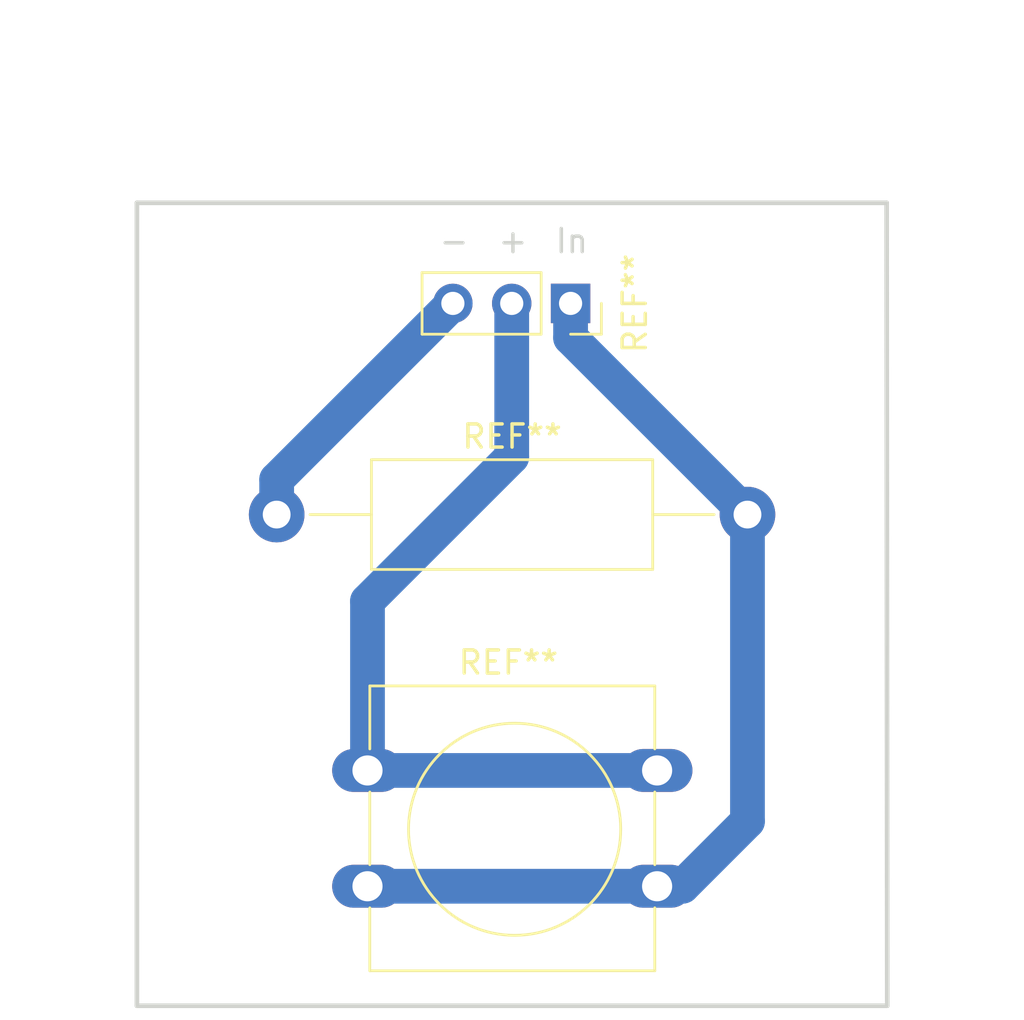
<source format=kicad_pcb>
(kicad_pcb (version 20211014) (generator pcbnew)
  (layers (0 "F.Cu" signal) (31 "B.Cu" signal) (34 "B.Paste" user) (35 "F.Paste" user) (36 "B.SilkS" user "B.Silkscreen") (37 "F.SilkS" user "F.Silkscreen") (38 "B.Mask" user) (39 "F.Mask" user) (44 "Edge.Cuts" user))
  (net 0 "")
  (footprint "Resistor_THT:R_Axial_DIN0414_L11.9mm_D4.5mm_P20.32mm_Horizontal" (layer "F.Cu") (at 107.024 55.753)
    (fp_text reference "REF**" (at 10.16 -3.37) (layer "F.SilkS"))
    (fp_text value "R_Axial_DIN0414_L11.9mm_D4.5mm_P20.32mm_Horizontal")
    (fp_line (start 4.09 2.37) (end 16.23 2.37) (layer "F.SilkS") (width 0.12))
    (fp_line (start 4.09 -2.37) (end 4.09 2.37) (layer "F.SilkS") (width 0.12))
    (fp_line (start 16.23 2.37) (end 16.23 -2.37) (layer "F.SilkS") (width 0.12))
    (fp_line (start 18.88 0) (end 16.23 0) (layer "F.SilkS") (width 0.12))
    (fp_line (start 1.44 0) (end 4.09 0) (layer "F.SilkS") (width 0.12))
    (fp_line (start 16.23 -2.37) (end 4.09 -2.37) (layer "F.SilkS") (width 0.12))
    (pad "1" thru_hole circle (at 0 0) (size 2.4 2.4) (drill 1.2) (layers *.Cu *.Mask))
    (pad "2" thru_hole oval (at 20.32 0) (size 2.4 2.4) (drill 1.2) (layers *.Cu *.Mask))
  )
  (footprint "Connector_PinSocket_2.54mm:PinSocket_1x03_P2.54mm_Vertical" (layer "F.Cu") (at 119.709 46.634 -90)
    (fp_text reference "REF**" (at 0 -2.77 90) (layer "F.SilkS"))
    (fp_text value "PinSocket_1x03_P2.54mm_Vertical")
    (fp_line (start 1.33 -1.33) (end 1.33 0) (layer "F.SilkS") (width 0.12))
    (fp_line (start -1.33 1.27) (end 1.33 1.27) (layer "F.SilkS") (width 0.12))
    (fp_line (start 0 -1.33) (end 1.33 -1.33) (layer "F.SilkS") (width 0.12))
    (fp_line (start -1.33 6.41) (end 1.33 6.41) (layer "F.SilkS") (width 0.12))
    (fp_line (start -1.33 1.27) (end -1.33 6.41) (layer "F.SilkS") (width 0.12))
    (fp_line (start 1.33 1.27) (end 1.33 6.41) (layer "F.SilkS") (width 0.12))
    (pad "1" thru_hole rect (at 0 0 270) (size 1.7 1.7) (drill 1) (layers *.Cu *.Mask))
    (pad "2" thru_hole oval (at 0 2.54 270) (size 1.7 1.7) (drill 1) (layers *.Cu *.Mask))
    (pad "3" thru_hole oval (at 0 5.08 270) (size 1.7 1.7) (drill 1) (layers *.Cu *.Mask))
  )
  (footprint "Button_Switch_THT:SW_PUSH-12mm" (layer "F.Cu") (at 110.944 66.802)
    (fp_text reference "REF**" (at 6.08 -4.66) (layer "F.SilkS"))
    (fp_text value "SW_PUSH-12mm")
    (fp_line (start 12.4 8.65) (end 0.1 8.65) (layer "F.SilkS") (width 0.12))
    (fp_line (start 12.4 -3.65) (end 12.4 -0.93) (layer "F.SilkS") (width 0.12))
    (fp_line (start 12.4 5.93) (end 12.4 8.65) (layer "F.SilkS") (width 0.12))
    (fp_line (start 0.1 4.07) (end 0.1 0.93) (layer "F.SilkS") (width 0.12))
    (fp_line (start 0.1 8.65) (end 0.1 5.93) (layer "F.SilkS") (width 0.12))
    (fp_line (start 12.4 0.93) (end 12.4 4.07) (layer "F.SilkS") (width 0.12))
    (fp_line (start 0.1 -0.93) (end 0.1 -3.65) (layer "F.SilkS") (width 0.12))
    (fp_line (start 0.1 -3.65) (end 12.4 -3.65) (layer "F.SilkS") (width 0.12))
    (fp_circle (center 6.35 2.54) (end 10.16 5.08) (layer "F.SilkS") (width 0.12) (fill none))
    (pad "1" thru_hole oval (at 0 0) (size 3.048 1.85) (drill 1.3) (layers *.Cu *.Mask))
    (pad "1" thru_hole oval (at 12.5 0) (size 3.048 1.85) (drill 1.3) (layers *.Cu *.Mask))
    (pad "2" thru_hole oval (at 12.5 5) (size 3.048 1.85) (drill 1.3) (layers *.Cu *.Mask))
    (pad "2" thru_hole oval (at 0 5) (size 3.048 1.85) (drill 1.3) (layers *.Cu *.Mask))
  )
  (gr_line (start 100.9915 76.962) (end 133.3765 76.962) (layer "Edge.Cuts") (width 0.2))
  (gr_line (start 100.9915 42.291) (end 100.9915 76.962) (layer "Edge.Cuts") (width 0.2))
  (gr_line (start 133.3765 76.962) (end 133.35 42.291) (layer "Edge.Cuts") (width 0.2))
  (gr_line (start 100.9915 42.291) (end 133.35 42.291) (layer "Edge.Cuts") (width 0.2))
  (gr_text "+" (at 117.221 43.942) (layer "Edge.Cuts") (effects (font (size 1 1))))
  (gr_text "In" (at 119.761 43.942) (layer "Edge.Cuts") (effects (font (size 1 1))))
  (gr_text "-\n" (at 114.681 43.942) (layer "Edge.Cuts") (effects (font (size 1 1))))
  (segment (start 127.344 68.998) (end 127.344 55.753) (width 1.5) (layer "B.Cu") (net 0))
  (segment (start 110.944 71.802) (end 123.444 71.802) (width 1.5) (layer "B.Cu") (net 0))
  (segment (start 119.709 46.634) (end 119.709 48.118) (width 1.5) (layer "B.Cu") (net 0))
  (segment (start 107.024 55.753) (end 107.024 54.239) (width 1.5) (layer "B.Cu") (net 0))
  (segment (start 110.944 59.49) (end 117.169 53.265) (width 1.5) (layer "B.Cu") (net 0))
  (segment (start 107.024 54.239) (end 114.629 46.634) (width 1.5) (layer "B.Cu") (net 0))
  (segment (start 110.944 66.802) (end 110.944 59.49) (width 1.5) (layer "B.Cu") (net 0))
  (segment (start 124.54 71.802) (end 127.344 68.998) (width 1.5) (layer "B.Cu") (net 0))
  (segment (start 117.169 53.265) (end 117.169 46.634) (width 1.5) (layer "B.Cu") (net 0))
  (segment (start 123.444 66.802) (end 110.944 66.802) (width 1.5) (layer "B.Cu") (net 0))
  (segment (start 123.444 71.802) (end 124.54 71.802) (width 1.5) (layer "B.Cu") (net 0))
  (segment (start 119.709 48.118) (end 127.344 55.753) (width 1.5) (layer "B.Cu") (net 0))
)
</source>
